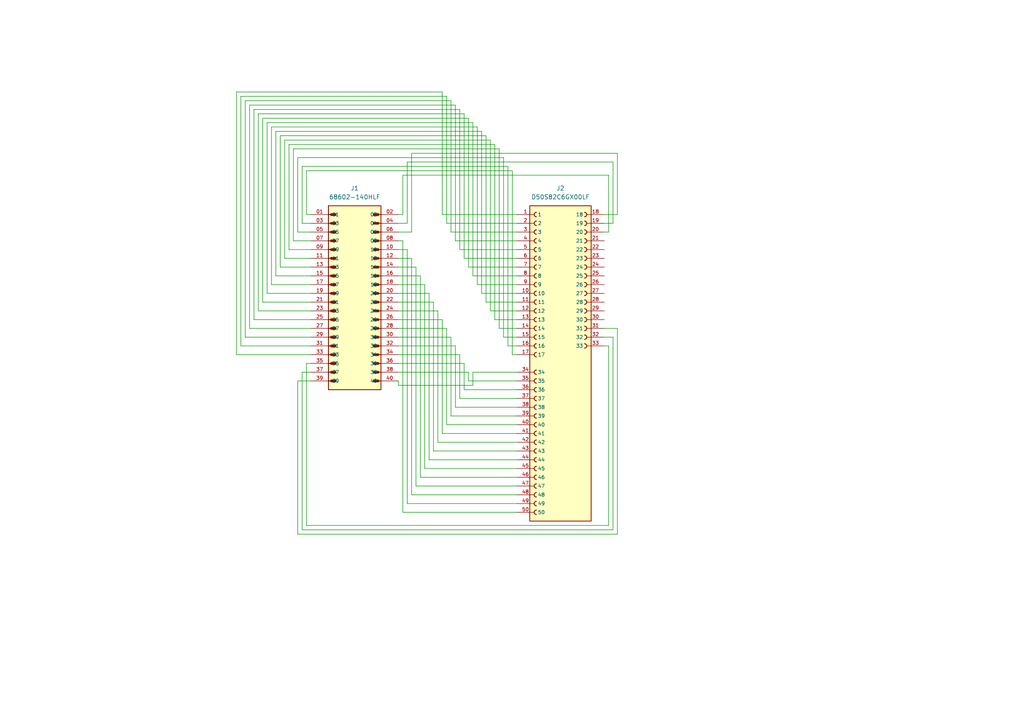
<source format=kicad_sch>
(kicad_sch (version 20231120) (generator "eeschema") (generator_version "8.0")
  (paper "A4")
  (lib_symbols
    (symbol "68602-140HLF:68602-140HLF" (pin_names (offset 1.016))
      (property "Reference" "J" (at -8.12 27.94 0))
      (property "Value" "68602-140HLF" (at -7.62 -27.94 0))
      (symbol "68602-140HLF_0_0"
        (rectangle (start -7.62 -25.4) (end 7.62 27.94) (stroke (width 0.254)) (fill (type background)))
        (rectangle (start -6.985 -23.1775) (end -5.3975 -22.5425) (stroke (width 0.1)) (fill (type outline)))
        (rectangle (start -6.985 -20.6375) (end -5.3975 -20.0025) (stroke (width 0.1)) (fill (type outline)))
        (rectangle (start -6.985 -18.0975) (end -5.3975 -17.4625) (stroke (width 0.1)) (fill (type outline)))
        (rectangle (start -6.985 -15.5575) (end -5.3975 -14.9225) (stroke (width 0.1)) (fill (type outline)))
        (rectangle (start -6.985 -13.0175) (end -5.3975 -12.3825) (stroke (width 0.1)) (fill (type outline)))
        (rectangle (start -6.985 -10.4775) (end -5.3975 -9.8425) (stroke (width 0.1)) (fill (type outline)))
        (rectangle (start -6.985 -7.9375) (end -5.3975 -7.3025) (stroke (width 0.1)) (fill (type outline)))
        (rectangle (start -6.985 -5.3975) (end -5.3975 -4.7625) (stroke (width 0.1)) (fill (type outline)))
        (rectangle (start -6.985 -2.8575) (end -5.3975 -2.2225) (stroke (width 0.1)) (fill (type outline)))
        (rectangle (start -6.985 -0.3175) (end -5.3975 0.3175) (stroke (width 0.1)) (fill (type outline)))
        (rectangle (start -6.985 2.2225) (end -5.3975 2.8575) (stroke (width 0.1)) (fill (type outline)))
        (rectangle (start -6.985 4.7625) (end -5.3975 5.3975) (stroke (width 0.1)) (fill (type outline)))
        (rectangle (start -6.985 7.3025) (end -5.3975 7.9375) (stroke (width 0.1)) (fill (type outline)))
        (rectangle (start -6.985 9.8425) (end -5.3975 10.4775) (stroke (width 0.1)) (fill (type outline)))
        (rectangle (start -6.985 12.3825) (end -5.3975 13.0175) (stroke (width 0.1)) (fill (type outline)))
        (rectangle (start -6.985 14.9225) (end -5.3975 15.5575) (stroke (width 0.1)) (fill (type outline)))
        (rectangle (start -6.985 17.4625) (end -5.3975 18.0975) (stroke (width 0.1)) (fill (type outline)))
        (rectangle (start -6.985 20.0025) (end -5.3975 20.6375) (stroke (width 0.1)) (fill (type outline)))
        (rectangle (start -6.985 22.5425) (end -5.3975 23.1775) (stroke (width 0.1)) (fill (type outline)))
        (rectangle (start -6.985 25.0825) (end -5.3975 25.7175) (stroke (width 0.1)) (fill (type outline)))
        (polyline (pts (xy -7.62 -22.86) (xy -5.715 -22.86)) (stroke (width 0.254)))
        (polyline (pts (xy -7.62 -20.32) (xy -5.715 -20.32)) (stroke (width 0.254)))
        (polyline (pts (xy -7.62 -17.78) (xy -5.715 -17.78)) (stroke (width 0.254)))
        (polyline (pts (xy -7.62 -15.24) (xy -5.715 -15.24)) (stroke (width 0.254)))
        (polyline (pts (xy -7.62 -12.7) (xy -5.715 -12.7)) (stroke (width 0.254)))
        (polyline (pts (xy -7.62 -10.16) (xy -5.715 -10.16)) (stroke (width 0.254)))
        (polyline (pts (xy -7.62 -7.62) (xy -5.715 -7.62)) (stroke (width 0.254)))
        (polyline (pts (xy -7.62 -5.08) (xy -5.715 -5.08)) (stroke (width 0.254)))
        (polyline (pts (xy -7.62 -2.54) (xy -5.715 -2.54)) (stroke (width 0.254)))
        (polyline (pts (xy -7.62 0) (xy -5.715 0)) (stroke (width 0.254)))
        (polyline (pts (xy -7.62 2.54) (xy -5.715 2.54)) (stroke (width 0.254)))
        (polyline (pts (xy -7.62 5.08) (xy -5.715 5.08)) (stroke (width 0.254)))
        (polyline (pts (xy -7.62 7.62) (xy -5.715 7.62)) (stroke (width 0.254)))
        (polyline (pts (xy -7.62 10.16) (xy -5.715 10.16)) (stroke (width 0.254)))
        (polyline (pts (xy -7.62 12.7) (xy -5.715 12.7)) (stroke (width 0.254)))
        (polyline (pts (xy -7.62 15.24) (xy -5.715 15.24)) (stroke (width 0.254)))
        (polyline (pts (xy -7.62 17.78) (xy -5.715 17.78)) (stroke (width 0.254)))
        (polyline (pts (xy -7.62 20.32) (xy -5.715 20.32)) (stroke (width 0.254)))
        (polyline (pts (xy -7.62 22.86) (xy -5.715 22.86)) (stroke (width 0.254)))
        (polyline (pts (xy -7.62 25.4) (xy -5.715 25.4)) (stroke (width 0.254)))
        (polyline (pts (xy 7.62 -22.86) (xy 5.715 -22.86)) (stroke (width 0.254)))
        (polyline (pts (xy 7.62 -20.32) (xy 5.715 -20.32)) (stroke (width 0.254)))
        (polyline (pts (xy 7.62 -17.78) (xy 5.715 -17.78)) (stroke (width 0.254)))
        (polyline (pts (xy 7.62 -15.24) (xy 5.715 -15.24)) (stroke (width 0.254)))
        (polyline (pts (xy 7.62 -12.7) (xy 5.715 -12.7)) (stroke (width 0.254)))
        (polyline (pts (xy 7.62 -10.16) (xy 5.715 -10.16)) (stroke (width 0.254)))
        (polyline (pts (xy 7.62 -7.62) (xy 5.715 -7.62)) (stroke (width 0.254)))
        (polyline (pts (xy 7.62 -5.08) (xy 5.715 -5.08)) (stroke (width 0.254)))
        (polyline (pts (xy 7.62 -2.54) (xy 5.715 -2.54)) (stroke (width 0.254)))
        (polyline (pts (xy 7.62 0) (xy 5.715 0)) (stroke (width 0.254)))
        (polyline (pts (xy 7.62 2.54) (xy 5.715 2.54)) (stroke (width 0.254)))
        (polyline (pts (xy 7.62 5.08) (xy 5.715 5.08)) (stroke (width 0.254)))
        (polyline (pts (xy 7.62 7.62) (xy 5.715 7.62)) (stroke (width 0.254)))
        (polyline (pts (xy 7.62 10.16) (xy 5.715 10.16)) (stroke (width 0.254)))
        (polyline (pts (xy 7.62 12.7) (xy 5.715 12.7)) (stroke (width 0.254)))
        (polyline (pts (xy 7.62 15.24) (xy 5.715 15.24)) (stroke (width 0.254)))
        (polyline (pts (xy 7.62 17.78) (xy 5.715 17.78)) (stroke (width 0.254)))
        (polyline (pts (xy 7.62 20.32) (xy 5.715 20.32)) (stroke (width 0.254)))
        (polyline (pts (xy 7.62 22.86) (xy 5.715 22.86)) (stroke (width 0.254)))
        (polyline (pts (xy 7.62 25.4) (xy 5.715 25.4)) (stroke (width 0.254)))
        (rectangle (start 6.985 -23.1775) (end 5.3975 -22.5425) (stroke (width 0.1)) (fill (type outline)))
        (rectangle (start 6.985 -20.6375) (end 5.3975 -20.0025) (stroke (width 0.1)) (fill (type outline)))
        (rectangle (start 6.985 -18.0975) (end 5.3975 -17.4625) (stroke (width 0.1)) (fill (type outline)))
        (rectangle (start 6.985 -15.5575) (end 5.3975 -14.9225) (stroke (width 0.1)) (fill (type outline)))
        (rectangle (start 6.985 -13.0175) (end 5.3975 -12.3825) (stroke (width 0.1)) (fill (type outline)))
        (rectangle (start 6.985 -10.4775) (end 5.3975 -9.8425) (stroke (width 0.1)) (fill (type outline)))
        (rectangle (start 6.985 -7.9375) (end 5.3975 -7.3025) (stroke (width 0.1)) (fill (type outline)))
        (rectangle (start 6.985 -5.3975) (end 5.3975 -4.7625) (stroke (width 0.1)) (fill (type outline)))
        (rectangle (start 6.985 -2.8575) (end 5.3975 -2.2225) (stroke (width 0.1)) (fill (type outline)))
        (rectangle (start 6.985 -0.3175) (end 5.3975 0.3175) (stroke (width 0.1)) (fill (type outline)))
        (rectangle (start 6.985 2.2225) (end 5.3975 2.8575) (stroke (width 0.1)) (fill (type outline)))
        (rectangle (start 6.985 4.7625) (end 5.3975 5.3975) (stroke (width 0.1)) (fill (type outline)))
        (rectangle (start 6.985 7.3025) (end 5.3975 7.9375) (stroke (width 0.1)) (fill (type outline)))
        (rectangle (start 6.985 9.8425) (end 5.3975 10.4775) (stroke (width 0.1)) (fill (type outline)))
        (rectangle (start 6.985 12.3825) (end 5.3975 13.0175) (stroke (width 0.1)) (fill (type outline)))
        (rectangle (start 6.985 14.9225) (end 5.3975 15.5575) (stroke (width 0.1)) (fill (type outline)))
        (rectangle (start 6.985 17.4625) (end 5.3975 18.0975) (stroke (width 0.1)) (fill (type outline)))
        (rectangle (start 6.985 20.0025) (end 5.3975 20.6375) (stroke (width 0.1)) (fill (type outline)))
        (rectangle (start 6.985 22.5425) (end 5.3975 23.1775) (stroke (width 0.1)) (fill (type outline)))
        (rectangle (start 6.985 25.0825) (end 5.3975 25.7175) (stroke (width 0.1)) (fill (type outline)))
        (pin passive line (at -12.7 25.4 0) (length 5.08) (name "01") (number "01"))
        (pin passive line (at 12.7 25.4 180) (length 5.08) (name "02") (number "02"))
        (pin passive line (at -12.7 22.86 0) (length 5.08) (name "03") (number "03"))
        (pin passive line (at 12.7 22.86 180) (length 5.08) (name "04") (number "04"))
        (pin passive line (at -12.7 20.32 0) (length 5.08) (name "05") (number "05"))
        (pin passive line (at 12.7 20.32 180) (length 5.08) (name "06") (number "06"))
        (pin passive line (at -12.7 17.78 0) (length 5.08) (name "07") (number "07"))
        (pin passive line (at 12.7 17.78 180) (length 5.08) (name "08") (number "08"))
        (pin passive line (at -12.7 15.24 0) (length 5.08) (name "09") (number "09"))
        (pin passive line (at 12.7 15.24 180) (length 5.08) (name "10") (number "10"))
        (pin passive line (at -12.7 12.7 0) (length 5.08) (name "11") (number "11"))
        (pin passive line (at 12.7 12.7 180) (length 5.08) (name "12") (number "12"))
        (pin passive line (at -12.7 10.16 0) (length 5.08) (name "13") (number "13"))
        (pin passive line (at 12.7 10.16 180) (length 5.08) (name "14") (number "14"))
        (pin passive line (at -12.7 7.62 0) (length 5.08) (name "15") (number "15"))
        (pin passive line (at 12.7 7.62 180) (length 5.08) (name "16") (number "16"))
        (pin passive line (at -12.7 5.08 0) (length 5.08) (name "17") (number "17"))
        (pin passive line (at 12.7 5.08 180) (length 5.08) (name "18") (number "18"))
        (pin passive line (at -12.7 2.54 0) (length 5.08) (name "19") (number "19"))
        (pin passive line (at 12.7 2.54 180) (length 5.08) (name "20") (number "20"))
        (pin passive line (at -12.7 0 0) (length 5.08) (name "21") (number "21"))
        (pin passive line (at 12.7 0 180) (length 5.08) (name "22") (number "22"))
        (pin passive line (at -12.7 -2.54 0) (length 5.08) (name "23") (number "23"))
        (pin passive line (at 12.7 -2.54 180) (length 5.08) (name "24") (number "24"))
        (pin passive line (at -12.7 -5.08 0) (length 5.08) (name "25") (number "25"))
        (pin passive line (at 12.7 -5.08 180) (length 5.08) (name "26") (number "26"))
        (pin passive line (at -12.7 -7.62 0) (length 5.08) (name "27") (number "27"))
        (pin passive line (at 12.7 -7.62 180) (length 5.08) (name "28") (number "28"))
        (pin passive line (at -12.7 -10.16 0) (length 5.08) (name "29") (number "29"))
        (pin passive line (at 12.7 -10.16 180) (length 5.08) (name "30") (number "30"))
        (pin passive line (at -12.7 -12.7 0) (length 5.08) (name "31") (number "31"))
        (pin passive line (at 12.7 -12.7 180) (length 5.08) (name "32") (number "32"))
        (pin passive line (at -12.7 -15.24 0) (length 5.08) (name "33") (number "33"))
        (pin passive line (at 12.7 -15.24 180) (length 5.08) (name "34") (number "34"))
        (pin passive line (at -12.7 -17.78 0) (length 5.08) (name "35") (number "35"))
        (pin passive line (at 12.7 -17.78 180) (length 5.08) (name "36") (number "36"))
        (pin passive line (at -12.7 -20.32 0) (length 5.08) (name "37") (number "37"))
        (pin passive line (at 12.7 -20.32 180) (length 5.08) (name "38") (number "38"))
        (pin passive line (at -12.7 -22.86 0) (length 5.08) (name "39") (number "39"))
        (pin passive line (at 12.7 -22.86 180) (length 5.08) (name "40") (number "40"))
      )
    )
    (symbol "D50S82C6GX00LF:D50S82C6GX00LF" (pin_names (offset 1.016))
      (property "Reference" "J" (at -7.62 46.482 0))
      (property "Value" "D50S82C6GX00LF" (at -7.62 -48.26 0))
      (symbol "D50S82C6GX00LF_0_0"
        (rectangle (start -8.89 -45.72) (end 8.89 45.72) (stroke (width 0.254)) (fill (type background)))
        (arc (start -6.985 -42.545) (mid -7.6172 -43.18) (end -6.985 -43.815) (stroke (width 0.254)))
        (arc (start -6.985 -40.005) (mid -7.6172 -40.64) (end -6.985 -41.275) (stroke (width 0.254)))
        (arc (start -6.985 -37.465) (mid -7.6172 -38.1) (end -6.985 -38.735) (stroke (width 0.254)))
        (arc (start -6.985 -34.925) (mid -7.6172 -35.56) (end -6.985 -36.195) (stroke (width 0.254)))
        (arc (start -6.985 -32.385) (mid -7.6172 -33.02) (end -6.985 -33.655) (stroke (width 0.254)))
        (arc (start -6.985 -29.845) (mid -7.6172 -30.48) (end -6.985 -31.115) (stroke (width 0.254)))
        (arc (start -6.985 -27.305) (mid -7.6172 -27.94) (end -6.985 -28.575) (stroke (width 0.254)))
        (arc (start -6.985 -24.765) (mid -7.6172 -25.4) (end -6.985 -26.035) (stroke (width 0.254)))
        (arc (start -6.985 -22.225) (mid -7.6172 -22.86) (end -6.985 -23.495) (stroke (width 0.254)))
        (arc (start -6.985 -19.685) (mid -7.6172 -20.32) (end -6.985 -20.955) (stroke (width 0.254)))
        (arc (start -6.985 -17.145) (mid -7.6172 -17.78) (end -6.985 -18.415) (stroke (width 0.254)))
        (arc (start -6.985 -14.605) (mid -7.6172 -15.24) (end -6.985 -15.875) (stroke (width 0.254)))
        (arc (start -6.985 -12.065) (mid -7.6172 -12.7) (end -6.985 -13.335) (stroke (width 0.254)))
        (arc (start -6.985 -9.525) (mid -7.6172 -10.16) (end -6.985 -10.795) (stroke (width 0.254)))
        (arc (start -6.985 -6.985) (mid -7.6172 -7.62) (end -6.985 -8.255) (stroke (width 0.254)))
        (arc (start -6.985 -4.445) (mid -7.6172 -5.08) (end -6.985 -5.715) (stroke (width 0.254)))
        (arc (start -6.985 -1.905) (mid -7.6172 -2.54) (end -6.985 -3.175) (stroke (width 0.254)))
        (arc (start -6.985 3.175) (mid -7.6172 2.54) (end -6.985 1.905) (stroke (width 0.254)))
        (arc (start -6.985 5.715) (mid -7.6172 5.08) (end -6.985 4.445) (stroke (width 0.254)))
        (arc (start -6.985 8.255) (mid -7.6172 7.62) (end -6.985 6.985) (stroke (width 0.254)))
        (arc (start -6.985 10.795) (mid -7.6172 10.16) (end -6.985 9.525) (stroke (width 0.254)))
        (arc (start -6.985 13.335) (mid -7.6172 12.7) (end -6.985 12.065) (stroke (width 0.254)))
        (arc (start -6.985 15.875) (mid -7.6172 15.24) (end -6.985 14.605) (stroke (width 0.254)))
        (arc (start -6.985 18.415) (mid -7.6172 17.78) (end -6.985 17.145) (stroke (width 0.254)))
        (arc (start -6.985 20.955) (mid -7.6172 20.32) (end -6.985 19.685) (stroke (width 0.254)))
        (arc (start -6.985 23.495) (mid -7.6172 22.86) (end -6.985 22.225) (stroke (width 0.254)))
        (arc (start -6.985 26.035) (mid -7.6172 25.4) (end -6.985 24.765) (stroke (width 0.254)))
        (arc (start -6.985 28.575) (mid -7.6172 27.94) (end -6.985 27.305) (stroke (width 0.254)))
        (arc (start -6.985 31.115) (mid -7.6172 30.48) (end -6.985 29.845) (stroke (width 0.254)))
        (arc (start -6.985 33.655) (mid -7.6172 33.02) (end -6.985 32.385) (stroke (width 0.254)))
        (arc (start -6.985 36.195) (mid -7.6172 35.56) (end -6.985 34.925) (stroke (width 0.254)))
        (arc (start -6.985 38.735) (mid -7.6172 38.1) (end -6.985 37.465) (stroke (width 0.254)))
        (arc (start -6.985 41.275) (mid -7.6172 40.64) (end -6.985 40.005) (stroke (width 0.254)))
        (arc (start -6.985 43.815) (mid -7.6172 43.18) (end -6.985 42.545) (stroke (width 0.254)))
        (arc (start 6.985 4.445) (mid 7.6172 5.08) (end 6.985 5.715) (stroke (width 0.254)))
        (arc (start 6.985 6.985) (mid 7.6172 7.62) (end 6.985 8.255) (stroke (width 0.254)))
        (arc (start 6.985 9.525) (mid 7.6172 10.16) (end 6.985 10.795) (stroke (width 0.254)))
        (arc (start 6.985 12.065) (mid 7.6172 12.7) (end 6.985 13.335) (stroke (width 0.254)))
        (arc (start 6.985 14.605) (mid 7.6172 15.24) (end 6.985 15.875) (stroke (width 0.254)))
        (arc (start 6.985 17.145) (mid 7.6172 17.78) (end 6.985 18.415) (stroke (width 0.254)))
        (arc (start 6.985 19.685) (mid 7.6172 20.32) (end 6.985 20.955) (stroke (width 0.254)))
        (arc (start 6.985 22.225) (mid 7.6172 22.86) (end 6.985 23.495) (stroke (width 0.254)))
        (arc (start 6.985 24.765) (mid 7.6172 25.4) (end 6.985 26.035) (stroke (width 0.254)))
        (arc (start 6.985 27.305) (mid 7.6172 27.94) (end 6.985 28.575) (stroke (width 0.254)))
        (arc (start 6.985 29.845) (mid 7.6172 30.48) (end 6.985 31.115) (stroke (width 0.254)))
        (arc (start 6.985 32.385) (mid 7.6172 33.02) (end 6.985 33.655) (stroke (width 0.254)))
        (arc (start 6.985 34.925) (mid 7.6172 35.56) (end 6.985 36.195) (stroke (width 0.254)))
        (arc (start 6.985 37.465) (mid 7.6172 38.1) (end 6.985 38.735) (stroke (width 0.254)))
        (arc (start 6.985 40.005) (mid 7.6172 40.64) (end 6.985 41.275) (stroke (width 0.254)))
        (arc (start 6.985 42.545) (mid 7.6172 43.18) (end 6.985 43.815) (stroke (width 0.254)))
        (pin passive line (at -12.7 43.18 0) (length 5.08) (name "1") (number "1"))
        (pin passive line (at -12.7 20.32 0) (length 5.08) (name "10") (number "10"))
        (pin passive line (at -12.7 17.78 0) (length 5.08) (name "11") (number "11"))
        (pin passive line (at -12.7 15.24 0) (length 5.08) (name "12") (number "12"))
        (pin passive line (at -12.7 12.7 0) (length 5.08) (name "13") (number "13"))
        (pin passive line (at -12.7 10.16 0) (length 5.08) (name "14") (number "14"))
        (pin passive line (at -12.7 7.62 0) (length 5.08) (name "15") (number "15"))
        (pin passive line (at -12.7 5.08 0) (length 5.08) (name "16") (number "16"))
        (pin passive line (at -12.7 2.54 0) (length 5.08) (name "17") (number "17"))
        (pin passive line (at 12.7 43.18 180) (length 5.08) (name "18") (number "18"))
        (pin passive line (at 12.7 40.64 180) (length 5.08) (name "19") (number "19"))
        (pin passive line (at -12.7 40.64 0) (length 5.08) (name "2") (number "2"))
        (pin passive line (at 12.7 38.1 180) (length 5.08) (name "20") (number "20"))
        (pin passive line (at 12.7 35.56 180) (length 5.08) (name "21") (number "21"))
        (pin passive line (at 12.7 33.02 180) (length 5.08) (name "22") (number "22"))
        (pin passive line (at 12.7 30.48 180) (length 5.08) (name "23") (number "23"))
        (pin passive line (at 12.7 27.94 180) (length 5.08) (name "24") (number "24"))
        (pin passive line (at 12.7 25.4 180) (length 5.08) (name "25") (number "25"))
        (pin passive line (at 12.7 22.86 180) (length 5.08) (name "26") (number "26"))
        (pin passive line (at 12.7 20.32 180) (length 5.08) (name "27") (number "27"))
        (pin passive line (at 12.7 17.78 180) (length 5.08) (name "28") (number "28"))
        (pin passive line (at 12.7 15.24 180) (length 5.08) (name "29") (number "29"))
        (pin passive line (at -12.7 38.1 0) (length 5.08) (name "3") (number "3"))
        (pin passive line (at 12.7 12.7 180) (length 5.08) (name "30") (number "30"))
        (pin passive line (at 12.7 10.16 180) (length 5.08) (name "31") (number "31"))
        (pin passive line (at 12.7 7.62 180) (length 5.08) (name "32") (number "32"))
        (pin passive line (at 12.7 5.08 180) (length 5.08) (name "33") (number "33"))
        (pin passive line (at -12.7 -2.54 0) (length 5.08) (name "34") (number "34"))
        (pin passive line (at -12.7 -5.08 0) (length 5.08) (name "35") (number "35"))
        (pin passive line (at -12.7 -7.62 0) (length 5.08) (name "36") (number "36"))
        (pin passive line (at -12.7 -10.16 0) (length 5.08) (name "37") (number "37"))
        (pin passive line (at -12.7 -12.7 0) (length 5.08) (name "38") (number "38"))
        (pin passive line (at -12.7 -15.24 0) (length 5.08) (name "39") (number "39"))
        (pin passive line (at -12.7 35.56 0) (length 5.08) (name "4") (number "4"))
        (pin passive line (at -12.7 -17.78 0) (length 5.08) (name "40") (number "40"))
        (pin passive line (at -12.7 -20.32 0) (length 5.08) (name "41") (number "41"))
        (pin passive line (at -12.7 -22.86 0) (length 5.08) (name "42") (number "42"))
        (pin passive line (at -12.7 -25.4 0) (length 5.08) (name "43") (number "43"))
        (pin passive line (at -12.7 -27.94 0) (length 5.08) (name "44") (number "44"))
        (pin passive line (at -12.7 -30.48 0) (length 5.08) (name "45") (number "45"))
        (pin passive line (at -12.7 -33.02 0) (length 5.08) (name "46") (number "46"))
        (pin passive line (at -12.7 -35.56 0) (length 5.08) (name "47") (number "47"))
        (pin passive line (at -12.7 -38.1 0) (length 5.08) (name "48") (number "48"))
        (pin passive line (at -12.7 -40.64 0) (length 5.08) (name "49") (number "49"))
        (pin passive line (at -12.7 33.02 0) (length 5.08) (name "5") (number "5"))
        (pin passive line (at -12.7 -43.18 0) (length 5.08) (name "50") (number "50"))
        (pin passive line (at -12.7 30.48 0) (length 5.08) (name "6") (number "6"))
        (pin passive line (at -12.7 27.94 0) (length 5.08) (name "7") (number "7"))
        (pin passive line (at -12.7 25.4 0) (length 5.08) (name "8") (number "8"))
        (pin passive line (at -12.7 22.86 0) (length 5.08) (name "9") (number "9"))
      )
    )
  )
  (wire (pts (xy 149.86 74.93) (xy 134.62 74.93)))
  (wire (pts (xy 86.36 45.72) (xy 86.36 67.31)))
  (wire (pts (xy 86.36 67.31) (xy 90.17 67.31)))
  (wire (pts (xy 86.36 110.49) (xy 90.17 110.49)))
  (wire (pts (xy 88.9 152.4) (xy 88.9 105.41)))
  (wire (pts (xy 143.51 92.71) (xy 143.51 41.91)))
  (wire (pts (xy 149.86 130.81) (xy 125.73 130.81)))
  (wire (pts (xy 144.78 43.18) (xy 144.78 95.25)))
  (wire (pts (xy 125.73 130.81) (xy 125.73 87.63)))
  (wire (pts (xy 140.97 87.63) (xy 140.97 39.37)))
  (wire (pts (xy 135.89 107.95) (xy 115.57 107.95)))
  (wire (pts (xy 177.8 64.77) (xy 177.8 46.99)))
  (wire (pts (xy 177.8 46.99) (xy 118.11 46.99)))
  (wire (pts (xy 116.84 62.23) (xy 115.57 62.23)))
  (wire (pts (xy 149.86 110.49) (xy 135.89 110.49)))
  (wire (pts (xy 128.27 62.23) (xy 128.27 26.67)))
  (wire (pts (xy 179.07 44.45) (xy 119.38 44.45)))
  (wire (pts (xy 121.92 80.01) (xy 115.57 80.01)))
  (wire (pts (xy 149.86 120.65) (xy 130.81 120.65)))
  (wire (pts (xy 82.55 40.64) (xy 82.55 74.93)))
  (wire (pts (xy 177.8 97.79) (xy 177.8 153.67)))
  (wire (pts (xy 149.86 107.95) (xy 137.16 107.95)))
  (wire (pts (xy 149.86 113.03) (xy 134.62 113.03)))
  (wire (pts (xy 149.86 133.35) (xy 124.46 133.35)))
  (wire (pts (xy 176.53 50.8) (xy 116.84 50.8)))
  (wire (pts (xy 121.92 138.43) (xy 121.92 80.01)))
  (wire (pts (xy 176.53 152.4) (xy 88.9 152.4)))
  (wire (pts (xy 149.86 100.33) (xy 147.32 100.33)))
  (wire (pts (xy 137.16 35.56) (xy 77.47 35.56)))
  (wire (pts (xy 118.11 46.99) (xy 118.11 64.77)))
  (wire (pts (xy 129.54 123.19) (xy 129.54 95.25)))
  (wire (pts (xy 72.39 95.25) (xy 90.17 95.25)))
  (wire (pts (xy 132.08 30.48) (xy 72.39 30.48)))
  (wire (pts (xy 149.86 128.27) (xy 127 128.27)))
  (wire (pts (xy 118.11 64.77) (xy 115.57 64.77)))
  (wire (pts (xy 116.84 69.85) (xy 115.57 69.85)))
  (wire (pts (xy 175.26 97.79) (xy 177.8 97.79)))
  (wire (pts (xy 82.55 74.93) (xy 90.17 74.93)))
  (wire (pts (xy 81.28 39.37) (xy 81.28 77.47)))
  (wire (pts (xy 134.62 113.03) (xy 134.62 105.41)))
  (wire (pts (xy 124.46 133.35) (xy 124.46 85.09)))
  (wire (pts (xy 80.01 80.01) (xy 90.17 80.01)))
  (wire (pts (xy 176.53 100.33) (xy 176.53 152.4)))
  (wire (pts (xy 87.63 153.67) (xy 87.63 107.95)))
  (wire (pts (xy 130.81 29.21) (xy 71.12 29.21)))
  (wire (pts (xy 149.86 138.43) (xy 121.92 138.43)))
  (wire (pts (xy 149.86 82.55) (xy 138.43 82.55)))
  (wire (pts (xy 148.59 102.87) (xy 148.59 49.53)))
  (wire (pts (xy 73.66 31.75) (xy 73.66 92.71)))
  (wire (pts (xy 149.86 80.01) (xy 137.16 80.01)))
  (wire (pts (xy 179.07 154.94) (xy 86.36 154.94)))
  (wire (pts (xy 132.08 118.11) (xy 132.08 100.33)))
  (wire (pts (xy 119.38 44.45) (xy 119.38 67.31)))
  (wire (pts (xy 147.32 48.26) (xy 87.63 48.26)))
  (wire (pts (xy 69.85 100.33) (xy 90.17 100.33)))
  (wire (pts (xy 146.05 45.72) (xy 86.36 45.72)))
  (wire (pts (xy 135.89 110.49) (xy 135.89 107.95)))
  (wire (pts (xy 149.86 64.77) (xy 129.54 64.77)))
  (wire (pts (xy 74.93 90.17) (xy 90.17 90.17)))
  (wire (pts (xy 88.9 62.23) (xy 90.17 62.23)))
  (wire (pts (xy 177.8 153.67) (xy 87.63 153.67)))
  (wire (pts (xy 118.11 146.05) (xy 118.11 72.39)))
  (wire (pts (xy 123.19 135.89) (xy 123.19 82.55)))
  (wire (pts (xy 76.2 34.29) (xy 76.2 87.63)))
  (wire (pts (xy 72.39 30.48) (xy 72.39 95.25)))
  (wire (pts (xy 78.74 82.55) (xy 90.17 82.55)))
  (wire (pts (xy 149.86 62.23) (xy 128.27 62.23)))
  (wire (pts (xy 85.09 69.85) (xy 85.09 43.18)))
  (wire (pts (xy 149.86 67.31) (xy 130.81 67.31)))
  (wire (pts (xy 132.08 69.85) (xy 132.08 30.48)))
  (wire (pts (xy 137.16 107.95) (xy 137.16 111.76)))
  (wire (pts (xy 175.26 62.23) (xy 179.07 62.23)))
  (wire (pts (xy 124.46 85.09) (xy 115.57 85.09)))
  (wire (pts (xy 134.62 74.93) (xy 134.62 33.02)))
  (wire (pts (xy 77.47 35.56) (xy 77.47 85.09)))
  (wire (pts (xy 149.86 143.51) (xy 119.38 143.51)))
  (wire (pts (xy 73.66 92.71) (xy 90.17 92.71)))
  (wire (pts (xy 139.7 85.09) (xy 139.7 38.1)))
  (wire (pts (xy 83.82 41.91) (xy 83.82 72.39)))
  (wire (pts (xy 137.16 80.01) (xy 137.16 35.56)))
  (wire (pts (xy 142.24 40.64) (xy 82.55 40.64)))
  (wire (pts (xy 127 128.27) (xy 127 90.17)))
  (wire (pts (xy 146.05 97.79) (xy 146.05 45.72)))
  (wire (pts (xy 133.35 72.39) (xy 133.35 31.75)))
  (wire (pts (xy 179.07 62.23) (xy 179.07 44.45)))
  (wire (pts (xy 118.11 72.39) (xy 115.57 72.39)))
  (wire (pts (xy 128.27 125.73) (xy 128.27 92.71)))
  (wire (pts (xy 137.16 111.76) (xy 115.57 111.76)))
  (wire (pts (xy 88.9 105.41) (xy 90.17 105.41)))
  (wire (pts (xy 129.54 64.77) (xy 129.54 27.94)))
  (wire (pts (xy 149.86 85.09) (xy 139.7 85.09)))
  (wire (pts (xy 149.86 146.05) (xy 118.11 146.05)))
  (wire (pts (xy 149.86 125.73) (xy 128.27 125.73)))
  (wire (pts (xy 149.86 77.47) (xy 135.89 77.47)))
  (wire (pts (xy 116.84 148.59) (xy 116.84 69.85)))
  (wire (pts (xy 76.2 87.63) (xy 90.17 87.63)))
  (wire (pts (xy 90.17 69.85) (xy 85.09 69.85)))
  (wire (pts (xy 135.89 77.47) (xy 135.89 34.29)))
  (wire (pts (xy 68.58 26.67) (xy 68.58 102.87)))
  (wire (pts (xy 87.63 48.26) (xy 87.63 64.77)))
  (wire (pts (xy 128.27 26.67) (xy 68.58 26.67)))
  (wire (pts (xy 68.58 102.87) (xy 90.17 102.87)))
  (wire (pts (xy 140.97 39.37) (xy 81.28 39.37)))
  (wire (pts (xy 149.86 87.63) (xy 140.97 87.63)))
  (wire (pts (xy 77.47 85.09) (xy 90.17 85.09)))
  (wire (pts (xy 149.86 90.17) (xy 142.24 90.17)))
  (wire (pts (xy 120.65 140.97) (xy 120.65 77.47)))
  (wire (pts (xy 115.57 111.76) (xy 115.57 110.49)))
  (wire (pts (xy 149.86 118.11) (xy 132.08 118.11)))
  (wire (pts (xy 132.08 100.33) (xy 115.57 100.33)))
  (wire (pts (xy 130.81 67.31) (xy 130.81 29.21)))
  (wire (pts (xy 69.85 27.94) (xy 69.85 100.33)))
  (wire (pts (xy 149.86 140.97) (xy 120.65 140.97)))
  (wire (pts (xy 149.86 92.71) (xy 143.51 92.71)))
  (wire (pts (xy 71.12 97.79) (xy 90.17 97.79)))
  (wire (pts (xy 134.62 33.02) (xy 74.93 33.02)))
  (wire (pts (xy 133.35 31.75) (xy 73.66 31.75)))
  (wire (pts (xy 149.86 72.39) (xy 133.35 72.39)))
  (wire (pts (xy 133.35 115.57) (xy 133.35 102.87)))
  (wire (pts (xy 143.51 41.91) (xy 83.82 41.91)))
  (wire (pts (xy 176.53 67.31) (xy 176.53 50.8)))
  (wire (pts (xy 127 90.17) (xy 115.57 90.17)))
  (wire (pts (xy 120.65 77.47) (xy 115.57 77.47)))
  (wire (pts (xy 175.26 100.33) (xy 176.53 100.33)))
  (wire (pts (xy 86.36 154.94) (xy 86.36 110.49)))
  (wire (pts (xy 149.86 69.85) (xy 132.08 69.85)))
  (wire (pts (xy 130.81 120.65) (xy 130.81 97.79)))
  (wire (pts (xy 83.82 72.39) (xy 90.17 72.39)))
  (wire (pts (xy 81.28 77.47) (xy 90.17 77.47)))
  (wire (pts (xy 119.38 67.31) (xy 115.57 67.31)))
  (wire (pts (xy 71.12 29.21) (xy 71.12 97.79)))
  (wire (pts (xy 175.26 95.25) (xy 179.07 95.25)))
  (wire (pts (xy 147.32 100.33) (xy 147.32 48.26)))
  (wire (pts (xy 87.63 107.95) (xy 90.17 107.95)))
  (wire (pts (xy 116.84 50.8) (xy 116.84 62.23)))
  (wire (pts (xy 175.26 67.31) (xy 176.53 67.31)))
  (wire (pts (xy 138.43 36.83) (xy 78.74 36.83)))
  (wire (pts (xy 85.09 43.18) (xy 144.78 43.18)))
  (wire (pts (xy 149.86 102.87) (xy 148.59 102.87)))
  (wire (pts (xy 149.86 135.89) (xy 123.19 135.89)))
  (wire (pts (xy 80.01 38.1) (xy 80.01 80.01)))
  (wire (pts (xy 129.54 95.25) (xy 115.57 95.25)))
  (wire (pts (xy 74.93 33.02) (xy 74.93 90.17)))
  (wire (pts (xy 139.7 38.1) (xy 80.01 38.1)))
  (wire (pts (xy 128.27 92.71) (xy 115.57 92.71)))
  (wire (pts (xy 148.59 49.53) (xy 88.9 49.53)))
  (wire (pts (xy 149.86 123.19) (xy 129.54 123.19)))
  (wire (pts (xy 149.86 148.59) (xy 116.84 148.59)))
  (wire (pts (xy 134.62 105.41) (xy 115.57 105.41)))
  (wire (pts (xy 123.19 82.55) (xy 115.57 82.55)))
  (wire (pts (xy 149.86 97.79) (xy 146.05 97.79)))
  (wire (pts (xy 129.54 27.94) (xy 69.85 27.94)))
  (wire (pts (xy 135.89 34.29) (xy 76.2 34.29)))
  (wire (pts (xy 175.26 64.77) (xy 177.8 64.77)))
  (wire (pts (xy 179.07 95.25) (xy 179.07 154.94)))
  (wire (pts (xy 87.63 64.77) (xy 90.17 64.77)))
  (wire (pts (xy 119.38 143.51) (xy 119.38 74.93)))
  (wire (pts (xy 119.38 74.93) (xy 115.57 74.93)))
  (wire (pts (xy 125.73 87.63) (xy 115.57 87.63)))
  (wire (pts (xy 144.78 95.25) (xy 149.86 95.25)))
  (wire (pts (xy 149.86 115.57) (xy 133.35 115.57)))
  (wire (pts (xy 133.35 102.87) (xy 115.57 102.87)))
  (wire (pts (xy 130.81 97.79) (xy 115.57 97.79)))
  (wire (pts (xy 88.9 49.53) (xy 88.9 62.23)))
  (wire (pts (xy 142.24 90.17) (xy 142.24 40.64)))
  (wire (pts (xy 78.74 36.83) (xy 78.74 82.55)))
  (wire (pts (xy 138.43 82.55) (xy 138.43 36.83)))
  (symbol (lib_id "D50S82C6GX00LF:D50S82C6GX00LF") (at 162.56 105.41 0) (unit 1)
    (property "Reference" "J2" (at 162.56 54.61 0))
    (property "Value" "D50S82C6GX00LF" (at 162.56 57.15 0))
    (property "Footprint" "D50S82C6GX00LF:AMPHENOL_D50S82C6GX00LF" (effects (hide yes)))
    (property "PARTREV" "H" (effects (hide yes)))
    (property "STANDARD" "Manufacturer Recommendations" (effects (hide yes)))
    (property "MAXIMUM_PACKAGE_HEIGHT" "11.67 mm" (effects (hide yes)))
    (property "MANUFACTURER" "Amphenol" (effects (hide yes)))
  )
  (symbol (lib_id "68602-140HLF:68602-140HLF") (at 102.87 87.63 0) (unit 1)
    (property "Reference" "J1" (at 102.87 54.61 0))
    (property "Value" "68602-140HLF" (at 102.87 57.15 0))
    (property "Footprint" "68602_140HLF:AMPHENOL_68602-140HLF" (effects (hide yes)))
    (property "PARTREV" "DK" (effects (hide yes)))
    (property "STANDARD" "Manufacturer Recommendations" (effects (hide yes)))
    (property "MANUFACTURER" "Amphenol ICC (FCI)" (effects (hide yes)))
  )
)
</source>
